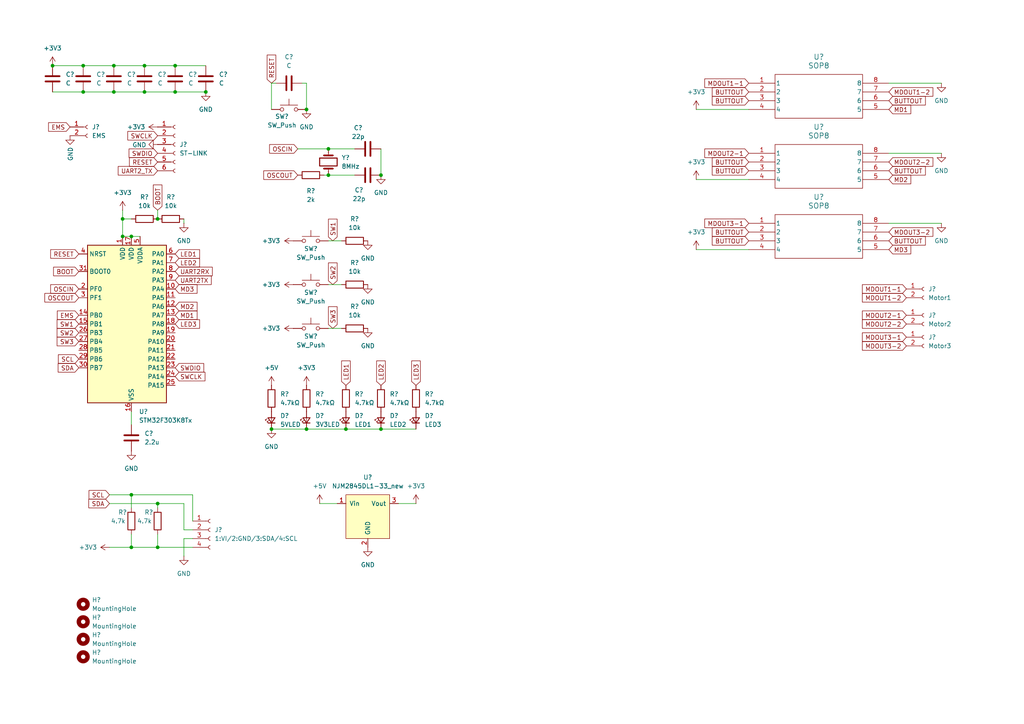
<source format=kicad_sch>
(kicad_sch (version 20231120) (generator "eeschema") (generator_version "8.0")
  (paper "A4")
  (lib_symbols
    (symbol "Connector:Conn_01x02_Female" (pin_names (offset 1.016) hide)
      (property "Reference" "J" (at 0 2.54 0))
      (property "Value" "Conn_01x02_Female" (at 0 -5.08 0))
      (symbol "Conn_01x02_Female_1_1"
        (arc (start 0 -2.032) (mid -0.5058 -2.54) (end 0 -3.048) (stroke (width 0.1524)))
        (polyline (pts (xy -1.27 -2.54) (xy -0.508 -2.54)) (stroke (width 0.1524)))
        (polyline (pts (xy -1.27 0) (xy -0.508 0)) (stroke (width 0.1524)))
        (arc (start 0 0.508) (mid -0.5058 0) (end 0 -0.508) (stroke (width 0.1524)))
        (pin passive line (at -5.08 0 0) (length 3.81) (name "Pin_1") (number "1"))
        (pin passive line (at -5.08 -2.54 0) (length 3.81) (name "Pin_2") (number "2"))
      )
    )
    (symbol "Connector:Conn_01x02_Socket" (pin_names (offset 1.016) hide)
      (property "Reference" "J" (at 0 2.54 0))
      (property "Value" "Conn_01x02_Socket" (at 0 -5.08 0))
      (symbol "Conn_01x02_Socket_1_1"
        (arc (start 0 -2.032) (mid -0.5058 -2.54) (end 0 -3.048) (stroke (width 0.1524)))
        (polyline (pts (xy -1.27 -2.54) (xy -0.508 -2.54)) (stroke (width 0.1524)))
        (polyline (pts (xy -1.27 0) (xy -0.508 0)) (stroke (width 0.1524)))
        (arc (start 0 0.508) (mid -0.5058 0) (end 0 -0.508) (stroke (width 0.1524)))
        (pin passive line (at -5.08 0 0) (length 3.81) (name "Pin_1") (number "1"))
        (pin passive line (at -5.08 -2.54 0) (length 3.81) (name "Pin_2") (number "2"))
      )
    )
    (symbol "Connector:Conn_01x04_Socket" (pin_names (offset 1.016) hide)
      (property "Reference" "J" (at 0 5.08 0))
      (property "Value" "Conn_01x04_Socket" (at 0 -7.62 0))
      (symbol "Conn_01x04_Socket_1_1"
        (arc (start 0 -4.572) (mid -0.5058 -5.08) (end 0 -5.588) (stroke (width 0.1524)))
        (arc (start 0 -2.032) (mid -0.5058 -2.54) (end 0 -3.048) (stroke (width 0.1524)))
        (polyline (pts (xy -1.27 -5.08) (xy -0.508 -5.08)) (stroke (width 0.1524)))
        (polyline (pts (xy -1.27 -2.54) (xy -0.508 -2.54)) (stroke (width 0.1524)))
        (polyline (pts (xy -1.27 0) (xy -0.508 0)) (stroke (width 0.1524)))
        (polyline (pts (xy -1.27 2.54) (xy -0.508 2.54)) (stroke (width 0.1524)))
        (arc (start 0 0.508) (mid -0.5058 0) (end 0 -0.508) (stroke (width 0.1524)))
        (arc (start 0 3.048) (mid -0.5058 2.54) (end 0 2.032) (stroke (width 0.1524)))
        (pin passive line (at -5.08 2.54 0) (length 3.81) (name "Pin_1") (number "1"))
        (pin passive line (at -5.08 0 0) (length 3.81) (name "Pin_2") (number "2"))
        (pin passive line (at -5.08 -2.54 0) (length 3.81) (name "Pin_3") (number "3"))
        (pin passive line (at -5.08 -5.08 0) (length 3.81) (name "Pin_4") (number "4"))
      )
    )
    (symbol "Connector:Conn_01x06_Female" (pin_names (offset 1.016) hide)
      (property "Reference" "J" (at 0 7.62 0))
      (property "Value" "Conn_01x06_Female" (at 0 -10.16 0))
      (symbol "Conn_01x06_Female_1_1"
        (arc (start 0 -7.112) (mid -0.5058 -7.62) (end 0 -8.128) (stroke (width 0.1524)))
        (arc (start 0 -4.572) (mid -0.5058 -5.08) (end 0 -5.588) (stroke (width 0.1524)))
        (arc (start 0 -2.032) (mid -0.5058 -2.54) (end 0 -3.048) (stroke (width 0.1524)))
        (polyline (pts (xy -1.27 -7.62) (xy -0.508 -7.62)) (stroke (width 0.1524)))
        (polyline (pts (xy -1.27 -5.08) (xy -0.508 -5.08)) (stroke (width 0.1524)))
        (polyline (pts (xy -1.27 -2.54) (xy -0.508 -2.54)) (stroke (width 0.1524)))
        (polyline (pts (xy -1.27 0) (xy -0.508 0)) (stroke (width 0.1524)))
        (polyline (pts (xy -1.27 2.54) (xy -0.508 2.54)) (stroke (width 0.1524)))
        (polyline (pts (xy -1.27 5.08) (xy -0.508 5.08)) (stroke (width 0.1524)))
        (arc (start 0 0.508) (mid -0.5058 0) (end 0 -0.508) (stroke (width 0.1524)))
        (arc (start 0 3.048) (mid -0.5058 2.54) (end 0 2.032) (stroke (width 0.1524)))
        (arc (start 0 5.588) (mid -0.5058 5.08) (end 0 4.572) (stroke (width 0.1524)))
        (pin passive line (at -5.08 5.08 0) (length 3.81) (name "Pin_1") (number "1"))
        (pin passive line (at -5.08 2.54 0) (length 3.81) (name "Pin_2") (number "2"))
        (pin passive line (at -5.08 0 0) (length 3.81) (name "Pin_3") (number "3"))
        (pin passive line (at -5.08 -2.54 0) (length 3.81) (name "Pin_4") (number "4"))
        (pin passive line (at -5.08 -5.08 0) (length 3.81) (name "Pin_5") (number "5"))
        (pin passive line (at -5.08 -7.62 0) (length 3.81) (name "Pin_6") (number "6"))
      )
    )
    (symbol "Device:C" (pin_numbers hide) (pin_names (offset 0.254))
      (property "Reference" "C" (at 0.635 2.54 0))
      (property "Value" "C" (at 0.635 -2.54 0))
      (symbol "C_0_1"
        (polyline (pts (xy -2.032 -0.762) (xy 2.032 -0.762)) (stroke (width 0.508)))
        (polyline (pts (xy -2.032 0.762) (xy 2.032 0.762)) (stroke (width 0.508)))
      )
      (symbol "C_1_1"
        (pin passive line (at 0 3.81 270) (length 2.794) (name "~") (number "1"))
        (pin passive line (at 0 -3.81 90) (length 2.794) (name "~") (number "2"))
      )
    )
    (symbol "Device:Crystal" (pin_numbers hide) (pin_names (offset 1.016) hide)
      (property "Reference" "Y" (at 0 3.81 0))
      (property "Value" "Crystal" (at 0 -3.81 0))
      (symbol "Crystal_0_1"
        (rectangle (start -1.143 2.54) (end 1.143 -2.54) (stroke (width 0.3048)))
        (polyline (pts (xy -2.54 0) (xy -1.905 0)))
        (polyline (pts (xy -1.905 -1.27) (xy -1.905 1.27)) (stroke (width 0.508)))
        (polyline (pts (xy 1.905 -1.27) (xy 1.905 1.27)) (stroke (width 0.508)))
        (polyline (pts (xy 2.54 0) (xy 1.905 0)))
      )
      (symbol "Crystal_1_1"
        (pin passive line (at -3.81 0 0) (length 1.27) (name "1") (number "1"))
        (pin passive line (at 3.81 0 180) (length 1.27) (name "2") (number "2"))
      )
    )
    (symbol "Device:LED_Small" (pin_numbers hide) (pin_names (offset 0.254) hide)
      (property "Reference" "D" (at -1.27 3.175 0))
      (property "Value" "LED_Small" (at -4.445 -2.54 0))
      (symbol "LED_Small_0_1"
        (polyline (pts (xy -0.762 -1.016) (xy -0.762 1.016)) (stroke (width 0.254)))
        (polyline (pts (xy 1.016 0) (xy -0.762 0)))
        (polyline (pts (xy 0.762 -1.016) (xy -0.762 0) (xy 0.762 1.016) (xy 0.762 -1.016)) (stroke (width 0.254)))
        (polyline (pts (xy 0 0.762) (xy -0.508 1.27) (xy -0.254 1.27) (xy -0.508 1.27) (xy -0.508 1.016)))
        (polyline (pts (xy 0.508 1.27) (xy 0 1.778) (xy 0.254 1.778) (xy 0 1.778) (xy 0 1.524)))
      )
      (symbol "LED_Small_1_1"
        (pin passive line (at -2.54 0 0) (length 1.778) (name "K") (number "1"))
        (pin passive line (at 2.54 0 180) (length 1.778) (name "A") (number "2"))
      )
    )
    (symbol "Device:R" (pin_numbers hide) (pin_names (offset 0))
      (property "Reference" "R" (at 2.032 0 90))
      (property "Value" "R" (at 0 0 90))
      (symbol "R_0_1"
        (rectangle (start -1.016 -2.54) (end 1.016 2.54) (stroke (width 0.254)))
      )
      (symbol "R_1_1"
        (pin passive line (at 0 3.81 270) (length 1.27) (name "~") (number "1"))
        (pin passive line (at 0 -3.81 90) (length 1.27) (name "~") (number "2"))
      )
    )
    (symbol "MCU_ST_STM32F3:STM32F303K8Tx"
      (property "Reference" "U" (at -10.16 24.13 0))
      (property "Value" "STM32F303K8Tx" (at 7.62 24.13 0))
      (symbol "STM32F303K8Tx_0_1"
        (rectangle (start -10.16 -22.86) (end 12.7 22.86) (stroke (width 0.254)) (fill (type background)))
      )
      (symbol "STM32F303K8Tx_1_1"
        (pin power_in line (at 0 25.4 270) (length 2.54) (name "VDD") (number "1"))
        (pin bidirectional line (at 15.24 10.16 180) (length 2.54) (name "PA4") (number "10"))
        (pin bidirectional line (at 15.24 7.62 180) (length 2.54) (name "PA5") (number "11"))
        (pin bidirectional line (at 15.24 5.08 180) (length 2.54) (name "PA6") (number "12"))
        (pin bidirectional line (at 15.24 2.54 180) (length 2.54) (name "PA7") (number "13"))
        (pin bidirectional line (at -12.7 2.54 0) (length 2.54) (name "PB0") (number "14"))
        (pin bidirectional line (at -12.7 0 0) (length 2.54) (name "PB1") (number "15"))
        (pin power_in line (at 2.54 -25.4 90) (length 2.54) (name "VSS") (number "16"))
        (pin power_in line (at 2.54 25.4 270) (length 2.54) (name "VDD") (number "17"))
        (pin bidirectional line (at 15.24 0 180) (length 2.54) (name "PA8") (number "18"))
        (pin bidirectional line (at 15.24 -2.54 180) (length 2.54) (name "PA9") (number "19"))
        (pin bidirectional line (at -12.7 10.16 0) (length 2.54) (name "PF0") (number "2"))
        (pin bidirectional line (at 15.24 -5.08 180) (length 2.54) (name "PA10") (number "20"))
        (pin bidirectional line (at 15.24 -7.62 180) (length 2.54) (name "PA11") (number "21"))
        (pin bidirectional line (at 15.24 -10.16 180) (length 2.54) (name "PA12") (number "22"))
        (pin bidirectional line (at 15.24 -12.7 180) (length 2.54) (name "PA13") (number "23"))
        (pin bidirectional line (at 15.24 -15.24 180) (length 2.54) (name "PA14") (number "24"))
        (pin bidirectional line (at 15.24 -17.78 180) (length 2.54) (name "PA15") (number "25"))
        (pin bidirectional line (at -12.7 -2.54 0) (length 2.54) (name "PB3") (number "26"))
        (pin bidirectional line (at -12.7 -5.08 0) (length 2.54) (name "PB4") (number "27"))
        (pin bidirectional line (at -12.7 -7.62 0) (length 2.54) (name "PB5") (number "28"))
        (pin bidirectional line (at -12.7 -10.16 0) (length 2.54) (name "PB6") (number "29"))
        (pin bidirectional line (at -12.7 7.62 0) (length 2.54) (name "PF1") (number "3"))
        (pin bidirectional line (at -12.7 -12.7 0) (length 2.54) (name "PB7") (number "30"))
        (pin input line (at -12.7 15.24 0) (length 2.54) (name "BOOT0") (number "31"))
        (pin passive line (at 2.54 -25.4 90) (length 2.54) hide (name "VSS") (number "32"))
        (pin input line (at -12.7 20.32 0) (length 2.54) (name "NRST") (number "4"))
        (pin power_in line (at 5.08 25.4 270) (length 2.54) (name "VDDA") (number "5"))
        (pin bidirectional line (at 15.24 20.32 180) (length 2.54) (name "PA0") (number "6"))
        (pin bidirectional line (at 15.24 17.78 180) (length 2.54) (name "PA1") (number "7"))
        (pin bidirectional line (at 15.24 15.24 180) (length 2.54) (name "PA2") (number "8"))
        (pin bidirectional line (at 15.24 12.7 180) (length 2.54) (name "PA3") (number "9"))
      )
    )
    (symbol "Mechanical:MountingHole" (pin_names (offset 1.016)) (exclude_from_sim yes) (in_bom no)
      (property "Reference" "H" (at 0 5.08 0))
      (property "Value" "MountingHole" (at 0 3.175 0))
      (symbol "MountingHole_0_1"
        (circle (center 0 0) (radius 1.27) (stroke (width 1.27)))
      )
    )
    (symbol "NagaokaSymbol2023:NJM2845DL1-33_new" (pin_names (offset 1.016))
      (property "Reference" "U" (at 7.62 3.81 0))
      (property "Value" "NJM2845DL1-33_new" (at 8.89 1.27 0))
      (symbol "NJM2845DL1-33_new_0_1"
        (rectangle (start 15.24 0) (end 2.54 -12.7) (fill (type background)))
      )
      (symbol "NJM2845DL1-33_new_1_1"
        (pin passive line (at 0 -2.54 0) (length 2.54) (name "Vin") (number "1"))
        (pin passive line (at 8.89 -15.24 90) (length 2.54) (name "GND") (number "2"))
        (pin passive line (at 17.78 -2.54 180) (length 2.54) (name "Vout") (number "3"))
      )
    )
    (symbol "Switch:SW_Push" (pin_numbers hide) (pin_names (offset 1.016) hide)
      (property "Reference" "SW" (at 1.27 2.54 0))
      (property "Value" "SW_Push" (at 0 -1.524 0))
      (symbol "SW_Push_0_1"
        (circle (center -2.032 0) (radius 0.508))
        (polyline (pts (xy 0 1.27) (xy 0 3.048)))
        (polyline (pts (xy 2.54 1.27) (xy -2.54 1.27)))
        (circle (center 2.032 0) (radius 0.508))
        (pin passive line (at -5.08 0 0) (length 2.54) (name "1") (number "1"))
        (pin passive line (at 5.08 0 180) (length 2.54) (name "2") (number "2"))
      )
    )
    (symbol "addedFootprint:SOP8" (pin_names (offset 0.254))
      (property "Reference" "U" (at 0 9.144 0))
      (property "Value" "SOP8" (at 0 11.404 0))
      (symbol "SOP8_0_1"
        (pin unspecified line (at -20.32 3.81 0) (length 7.62) (name "1") (number "1"))
        (pin unspecified line (at -20.32 1.27 0) (length 7.62) (name "2") (number "2"))
        (pin unspecified line (at -20.32 -1.27 0) (length 7.62) (name "3") (number "3"))
        (pin unspecified line (at -20.32 -3.81 0) (length 7.62) (name "4") (number "4"))
        (pin unspecified line (at 20.32 -3.81 180) (length 7.62) (name "5") (number "5"))
        (pin unspecified line (at 20.32 -1.27 180) (length 7.62) (name "6") (number "6"))
        (pin unspecified line (at 20.32 1.27 180) (length 7.62) (name "7") (number "7"))
        (pin unspecified line (at 20.32 3.81 180) (length 7.62) (name "8") (number "8"))
      )
      (symbol "SOP8_1_1"
        (rectangle (start -12.7 6.35) (end 12.7 -6.35))
        (rectangle (start 25.4 1.27) (end 25.4 1.27))
      )
    )
    (symbol "power:+3V3" (power) (pin_numbers hide) (pin_names (offset 0) hide)
      (property "Value" "+3V3" (at 0 3.556 0))
      (symbol "+3V3_0_1"
        (polyline (pts (xy -0.762 1.27) (xy 0 2.54)))
        (polyline (pts (xy 0 0) (xy 0 2.54)))
        (polyline (pts (xy 0 2.54) (xy 0.762 1.27)))
      )
      (symbol "+3V3_1_1"
        (pin power_in line (at 0 0 90) (length 0) (name "~") (number "1"))
      )
    )
    (symbol "power:+5V" (power) (pin_numbers hide) (pin_names (offset 0) hide)
      (property "Value" "+5V" (at 0 3.556 0))
      (symbol "+5V_0_1"
        (polyline (pts (xy -0.762 1.27) (xy 0 2.54)))
        (polyline (pts (xy 0 0) (xy 0 2.54)))
        (polyline (pts (xy 0 2.54) (xy 0.762 1.27)))
      )
      (symbol "+5V_1_1"
        (pin power_in line (at 0 0 90) (length 0) (name "~") (number "1"))
      )
    )
    (symbol "power:GND" (power) (pin_numbers hide) (pin_names (offset 0) hide)
      (property "Value" "GND" (at 0 -3.81 0))
      (symbol "GND_0_1"
        (polyline (pts (xy 0 0) (xy 0 -1.27) (xy 1.27 -1.27) (xy 0 -2.54) (xy -1.27 -1.27) (xy 0 -1.27)))
      )
      (symbol "GND_1_1"
        (pin power_in line (at 0 0 270) (length 0) (name "~") (number "1"))
      )
    )
  )
  (junction (at 88.9 124.46))
  (junction (at 110.49 124.46))
  (junction (at 50.8 26.67))
  (junction (at 95.25 50.8))
  (junction (at 41.91 19.05))
  (junction (at 35.56 63.5))
  (junction (at 38.1 143.51))
  (junction (at 15.24 19.05))
  (junction (at 95.25 43.18))
  (junction (at 41.91 26.67))
  (junction (at 38.1 158.75))
  (junction (at 35.56 68.58))
  (junction (at 50.8 19.05))
  (junction (at 45.72 158.75))
  (junction (at 24.13 19.05))
  (junction (at 38.1 68.58))
  (junction (at 45.72 146.05))
  (junction (at 88.9 31.75))
  (junction (at 78.74 124.46))
  (junction (at 100.33 124.46))
  (junction (at 45.72 63.5))
  (junction (at 33.02 19.05))
  (junction (at 59.69 26.67))
  (junction (at 24.13 26.67))
  (junction (at 110.49 50.8))
  (junction (at 33.02 26.67))
  (wire (pts (xy 97.79 146.05) (xy 92.71 146.05)))
  (wire (pts (xy 88.9 24.13) (xy 88.9 31.75)))
  (wire (pts (xy 41.91 26.67) (xy 33.02 26.67)))
  (wire (pts (xy 38.1 143.51) (xy 31.75 143.51)))
  (wire (pts (xy 86.36 43.18) (xy 95.25 43.18)))
  (wire (pts (xy 38.1 123.19) (xy 38.1 119.38)))
  (wire (pts (xy 24.13 19.05) (xy 33.02 19.05)))
  (wire (pts (xy 53.34 156.21) (xy 53.34 161.29)))
  (wire (pts (xy 55.88 143.51) (xy 38.1 143.51)))
  (wire (pts (xy 93.98 50.8) (xy 95.25 50.8)))
  (wire (pts (xy 115.57 146.05) (xy 120.65 146.05)))
  (wire (pts (xy 45.72 60.96) (xy 45.72 63.5)))
  (wire (pts (xy 273.05 64.77) (xy 257.81 64.77)))
  (wire (pts (xy 273.05 44.45) (xy 257.81 44.45)))
  (wire (pts (xy 95.25 50.8) (xy 102.87 50.8)))
  (wire (pts (xy 35.56 63.5) (xy 35.56 68.58)))
  (wire (pts (xy 55.88 143.51) (xy 55.88 151.13)))
  (wire (pts (xy 53.34 146.05) (xy 53.34 153.67)))
  (wire (pts (xy 55.88 156.21) (xy 53.34 156.21)))
  (wire (pts (xy 35.56 68.58) (xy 38.1 68.58)))
  (wire (pts (xy 38.1 158.75) (xy 45.72 158.75)))
  (wire (pts (xy 257.81 24.13) (xy 273.05 24.13)))
  (wire (pts (xy 35.56 63.5) (xy 38.1 63.5)))
  (wire (pts (xy 53.34 63.5) (xy 53.34 64.77)))
  (wire (pts (xy 217.17 31.75) (xy 201.93 31.75)))
  (wire (pts (xy 95.25 69.85) (xy 99.06 69.85)))
  (wire (pts (xy 35.56 60.96) (xy 35.56 63.5)))
  (wire (pts (xy 45.72 146.05) (xy 31.75 146.05)))
  (wire (pts (xy 95.25 82.55) (xy 99.06 82.55)))
  (wire (pts (xy 38.1 154.94) (xy 38.1 158.75)))
  (wire (pts (xy 31.75 158.75) (xy 38.1 158.75)))
  (wire (pts (xy 88.9 124.46) (xy 78.74 124.46)))
  (wire (pts (xy 45.72 146.05) (xy 45.72 147.32)))
  (wire (pts (xy 38.1 68.58) (xy 40.64 68.58)))
  (wire (pts (xy 120.65 124.46) (xy 110.49 124.46)))
  (wire (pts (xy 87.63 24.13) (xy 88.9 24.13)))
  (wire (pts (xy 53.34 153.67) (xy 55.88 153.67)))
  (wire (pts (xy 45.72 154.94) (xy 45.72 158.75)))
  (wire (pts (xy 59.69 26.67) (xy 50.8 26.67)))
  (wire (pts (xy 217.17 52.07) (xy 201.93 52.07)))
  (wire (pts (xy 80.01 24.13) (xy 78.74 24.13)))
  (wire (pts (xy 110.49 124.46) (xy 100.33 124.46)))
  (wire (pts (xy 110.49 43.18) (xy 110.49 50.8)))
  (wire (pts (xy 50.8 26.67) (xy 41.91 26.67)))
  (wire (pts (xy 217.17 72.39) (xy 201.93 72.39)))
  (wire (pts (xy 78.74 24.13) (xy 78.74 31.75)))
  (wire (pts (xy 41.91 19.05) (xy 50.8 19.05)))
  (wire (pts (xy 102.87 43.18) (xy 95.25 43.18)))
  (wire (pts (xy 33.02 26.67) (xy 24.13 26.67)))
  (wire (pts (xy 45.72 146.05) (xy 53.34 146.05)))
  (wire (pts (xy 38.1 147.32) (xy 38.1 143.51)))
  (wire (pts (xy 95.25 95.25) (xy 99.06 95.25)))
  (wire (pts (xy 100.33 124.46) (xy 88.9 124.46)))
  (wire (pts (xy 24.13 26.67) (xy 15.24 26.67)))
  (wire (pts (xy 33.02 19.05) (xy 41.91 19.05)))
  (wire (pts (xy 50.8 19.05) (xy 59.69 19.05)))
  (wire (pts (xy 15.24 19.05) (xy 24.13 19.05)))
  (wire (pts (xy 45.72 158.75) (xy 55.88 158.75)))
  (global_label "MD3" (shape input) (at 257.81 72.39 0) (property "Intersheetrefs" "${INTERSHEET_REFS}" (effects (hide yes))))
  (global_label "BUTTOUT" (shape input) (at 257.81 29.21 0) (property "Intersheetrefs" "${INTERSHEET_REFS}" (effects (hide yes))))
  (global_label "SWDIO" (shape input) (at 50.8 106.68 0) (property "Intersheetrefs" "${INTERSHEET_REFS}" (effects (hide yes))) (property "シート間のリファレンス" "${INTERSHEET_REFS}" (effects (hide yes))))
  (global_label "BUTTOUT" (shape input) (at 257.81 69.85 0) (property "Intersheetrefs" "${INTERSHEET_REFS}" (effects (hide yes))))
  (global_label "RESET" (shape input) (at 22.86 73.66 180) (property "Intersheetrefs" "${INTERSHEET_REFS}" (effects (hide yes))))
  (global_label "MD1" (shape input) (at 257.81 31.75 0) (property "Intersheetrefs" "${INTERSHEET_REFS}" (effects (hide yes))))
  (global_label "OSCOUT" (shape input) (at 22.86 86.36 180) (property "Intersheetrefs" "${INTERSHEET_REFS}" (effects (hide yes))))
  (global_label "BOOT" (shape input) (at 45.72 60.96 90) (property "Intersheetrefs" "${INTERSHEET_REFS}" (effects (hide yes))) (property "シート間のリファレンス" "${INTERSHEET_REFS}" (effects (hide yes))))
  (global_label "SWCLK" (shape input) (at 50.8 109.22 0) (property "Intersheetrefs" "${INTERSHEET_REFS}" (effects (hide yes))) (property "シート間のリファレンス" "${INTERSHEET_REFS}" (effects (hide yes))))
  (global_label "SW1" (shape input) (at 22.86 93.98 180) (property "Intersheetrefs" "${INTERSHEET_REFS}" (effects (hide yes))) (property "シート間のリファレンス" "${INTERSHEET_REFS}" (effects (hide yes))))
  (global_label "SDA" (shape input) (at 31.75 146.05 180) (property "Intersheetrefs" "${INTERSHEET_REFS}" (effects (hide yes))) (property "シート間のリファレンス" "${INTERSHEET_REFS}" (effects (hide yes))))
  (global_label "BUTTOUT" (shape input) (at 217.17 26.67 180) (property "Intersheetrefs" "${INTERSHEET_REFS}" (effects (hide yes))))
  (global_label "MDOUT3-2" (shape input) (at 257.81 67.31 0) (property "Intersheetrefs" "${INTERSHEET_REFS}" (effects (hide yes))))
  (global_label "LED3" (shape input) (at 120.65 111.76 90) (property "Intersheetrefs" "${INTERSHEET_REFS}" (effects (hide yes))))
  (global_label "RESET" (shape input) (at 45.72 46.99 180) (property "Intersheetrefs" "${INTERSHEET_REFS}" (effects (hide yes))) (property "シート間のリファレンス" "${INTERSHEET_REFS}" (effects (hide yes))))
  (global_label "EMS" (shape input) (at 22.86 91.44 180) (property "Intersheetrefs" "${INTERSHEET_REFS}" (effects (hide yes))))
  (global_label "MDOUT1-1" (shape input) (at 217.17 24.13 180) (property "Intersheetrefs" "${INTERSHEET_REFS}" (effects (hide yes))))
  (global_label "BUTTOUT" (shape input) (at 217.17 49.53 180) (property "Intersheetrefs" "${INTERSHEET_REFS}" (effects (hide yes))))
  (global_label "SW2" (shape input) (at 96.52 82.55 90) (property "Intersheetrefs" "${INTERSHEET_REFS}" (effects (hide yes))) (property "シート間のリファレンス" "${INTERSHEET_REFS}" (effects (hide yes))))
  (global_label "UART2RX" (shape input) (at 50.8 78.74 0) (property "Intersheetrefs" "${INTERSHEET_REFS}" (effects (hide yes))))
  (global_label "SWCLK" (shape input) (at 45.72 39.37 180) (property "Intersheetrefs" "${INTERSHEET_REFS}" (effects (hide yes))) (property "シート間のリファレンス" "${INTERSHEET_REFS}" (effects (hide yes))))
  (global_label "MDOUT2-1" (shape input) (at 217.17 44.45 180) (property "Intersheetrefs" "${INTERSHEET_REFS}" (effects (hide yes))))
  (global_label "SW3" (shape input) (at 22.86 99.06 180) (property "Intersheetrefs" "${INTERSHEET_REFS}" (effects (hide yes))) (property "シート間のリファレンス" "${INTERSHEET_REFS}" (effects (hide yes))))
  (global_label "LED2" (shape input) (at 50.8 76.2 0) (property "Intersheetrefs" "${INTERSHEET_REFS}" (effects (hide yes))))
  (global_label "LED1" (shape input) (at 50.8 73.66 0) (property "Intersheetrefs" "${INTERSHEET_REFS}" (effects (hide yes))))
  (global_label "SW1" (shape input) (at 96.52 69.85 90) (property "Intersheetrefs" "${INTERSHEET_REFS}" (effects (hide yes))) (property "シート間のリファレンス" "${INTERSHEET_REFS}" (effects (hide yes))))
  (global_label "SWDIO" (shape input) (at 45.72 44.45 180) (property "Intersheetrefs" "${INTERSHEET_REFS}" (effects (hide yes))) (property "シート間のリファレンス" "${INTERSHEET_REFS}" (effects (hide yes))))
  (global_label "MD3" (shape input) (at 50.8 83.82 0) (property "Intersheetrefs" "${INTERSHEET_REFS}" (effects (hide yes))) (property "シート間のリファレンス" "${INTERSHEET_REFS}" (effects (hide yes))))
  (global_label "BUTTOUT" (shape input) (at 217.17 67.31 180) (property "Intersheetrefs" "${INTERSHEET_REFS}" (effects (hide yes))))
  (global_label "MDOUT2-2" (shape input) (at 257.81 46.99 0) (property "Intersheetrefs" "${INTERSHEET_REFS}" (effects (hide yes))))
  (global_label "BUTTOUT" (shape input) (at 257.81 49.53 0) (property "Intersheetrefs" "${INTERSHEET_REFS}" (effects (hide yes))))
  (global_label "LED2" (shape input) (at 110.49 111.76 90) (property "Intersheetrefs" "${INTERSHEET_REFS}" (effects (hide yes))))
  (global_label "SCL" (shape input) (at 31.75 143.51 180) (property "Intersheetrefs" "${INTERSHEET_REFS}" (effects (hide yes))) (property "シート間のリファレンス" "${INTERSHEET_REFS}" (effects (hide yes))))
  (global_label "SDA" (shape input) (at 22.86 106.68 180) (property "Intersheetrefs" "${INTERSHEET_REFS}" (effects (hide yes))) (property "シート間のリファレンス" "${INTERSHEET_REFS}" (effects (hide yes))))
  (global_label "MDOUT1-2" (shape input) (at 262.89 86.36 180) (property "Intersheetrefs" "${INTERSHEET_REFS}" (effects (hide yes))))
  (global_label "SW2" (shape input) (at 22.86 96.52 180) (property "Intersheetrefs" "${INTERSHEET_REFS}" (effects (hide yes))) (property "シート間のリファレンス" "${INTERSHEET_REFS}" (effects (hide yes))))
  (global_label "MDOUT2-1" (shape input) (at 262.89 91.44 180) (property "Intersheetrefs" "${INTERSHEET_REFS}" (effects (hide yes))))
  (global_label "MDOUT1-2" (shape input) (at 257.81 26.67 0) (property "Intersheetrefs" "${INTERSHEET_REFS}" (effects (hide yes))))
  (global_label "MD2" (shape input) (at 50.8 88.9 0) (property "Intersheetrefs" "${INTERSHEET_REFS}" (effects (hide yes))))
  (global_label "UART2TX" (shape input) (at 50.8 81.28 0) (property "Intersheetrefs" "${INTERSHEET_REFS}" (effects (hide yes))))
  (global_label "LED3" (shape input) (at 50.8 93.98 0) (property "Intersheetrefs" "${INTERSHEET_REFS}" (effects (hide yes))))
  (global_label "BUTTOUT" (shape input) (at 217.17 69.85 180) (property "Intersheetrefs" "${INTERSHEET_REFS}" (effects (hide yes))))
  (global_label "MD1" (shape input) (at 50.8 91.44 0) (property "Intersheetrefs" "${INTERSHEET_REFS}" (effects (hide yes))))
  (global_label "BOOT" (shape input) (at 22.86 78.74 180) (property "Intersheetrefs" "${INTERSHEET_REFS}" (effects (hide yes))))
  (global_label "MD2" (shape input) (at 257.81 52.07 0) (property "Intersheetrefs" "${INTERSHEET_REFS}" (effects (hide yes))))
  (global_label "SCL" (shape input) (at 22.86 104.14 180) (property "Intersheetrefs" "${INTERSHEET_REFS}" (effects (hide yes))) (property "シート間のリファレンス" "${INTERSHEET_REFS}" (effects (hide yes))))
  (global_label "BUTTOUT" (shape input) (at 217.17 46.99 180) (property "Intersheetrefs" "${INTERSHEET_REFS}" (effects (hide yes))))
  (global_label "RESET" (shape input) (at 78.74 24.13 90) (property "Intersheetrefs" "${INTERSHEET_REFS}" (effects (hide yes))))
  (global_label "OSCOUT" (shape input) (at 86.36 50.8 180) (property "Intersheetrefs" "${INTERSHEET_REFS}" (effects (hide yes))))
  (global_label "OSCIN" (shape input) (at 86.36 43.18 180) (property "Intersheetrefs" "${INTERSHEET_REFS}" (effects (hide yes))))
  (global_label "SW3" (shape input) (at 96.52 95.25 90) (property "Intersheetrefs" "${INTERSHEET_REFS}" (effects (hide yes))) (property "シート間のリファレンス" "${INTERSHEET_REFS}" (effects (hide yes))))
  (global_label "OSCIN" (shape input) (at 22.86 83.82 180) (property "Intersheetrefs" "${INTERSHEET_REFS}" (effects (hide yes))))
  (global_label "UART2_TX" (shape input) (at 45.72 49.53 180) (property "Intersheetrefs" "${INTERSHEET_REFS}" (effects (hide yes))) (property "シート間のリファレンス" "${INTERSHEET_REFS}" (effects (hide yes))))
  (global_label "BUTTOUT" (shape input) (at 217.17 29.21 180) (property "Intersheetrefs" "${INTERSHEET_REFS}" (effects (hide yes))))
  (global_label "EMS" (shape input) (at 20.32 36.83 180) (property "Intersheetrefs" "${INTERSHEET_REFS}" (effects (hide yes))) (property "シート間のリファレンス" "${INTERSHEET_REFS}" (effects (hide yes))))
  (global_label "MDOUT3-2" (shape input) (at 262.89 100.33 180) (property "Intersheetrefs" "${INTERSHEET_REFS}" (effects (hide yes))))
  (global_label "MDOUT3-1" (shape input) (at 262.89 97.79 180) (property "Intersheetrefs" "${INTERSHEET_REFS}" (effects (hide yes))))
  (global_label "MDOUT1-1" (shape input) (at 262.89 83.82 180) (property "Intersheetrefs" "${INTERSHEET_REFS}" (effects (hide yes))))
  (global_label "MDOUT2-2" (shape input) (at 262.89 93.98 180) (property "Intersheetrefs" "${INTERSHEET_REFS}" (effects (hide yes))))
  (global_label "LED1" (shape input) (at 100.33 111.76 90) (property "Intersheetrefs" "${INTERSHEET_REFS}" (effects (hide yes))))
  (global_label "MDOUT3-1" (shape input) (at 217.17 64.77 180) (property "Intersheetrefs" "${INTERSHEET_REFS}" (effects (hide yes))))
  (symbol (lib_id "power:GND") (at 45.72 41.91 270) (unit 1)
    (property "Reference" "#PWR08" (effects (hide yes)))
    (property "Value" "GND" (at 42.4688 42.037 90) (effects (justify right)))
  )
  (symbol (lib_id "power:+3V3") (at 201.93 31.75 0) (unit 1)
    (property "Reference" "#PWR025" (effects (hide yes)))
    (property "Value" "+3V3" (at 201.93 26.67 0))
    (property "Description" "Power symbol creates a global label with name \"+3V3\"" (effects (hide yes)))
  )
  (symbol (lib_id "Mechanical:MountingHole") (at 24.13 175.26 0) (unit 1) (exclude_from_sim yes) (in_bom no)
    (property "Reference" "H?" (at 26.67 173.9899 0) (effects (justify left)))
    (property "Value" "MountingHole" (at 26.67 176.5299 0) (effects (justify left)))
    (property "Description" "Mounting Hole without connection" (effects (hide yes)))
  )
  (symbol (lib_id "power:GND") (at 273.05 24.13 0) (unit 1)
    (property "Reference" "#PWR022" (effects (hide yes)))
    (property "Value" "GND" (at 273.05 29.21 0))
    (property "Description" "Power symbol creates a global label with name \"GND\" , ground" (effects (hide yes)))
  )
  (symbol (lib_id "Mechanical:MountingHole") (at 24.13 185.42 0) (unit 1) (exclude_from_sim yes) (in_bom no)
    (property "Reference" "H?" (at 26.67 184.1499 0) (effects (justify left)))
    (property "Value" "MountingHole" (at 26.67 186.6899 0) (effects (justify left)))
    (property "Description" "Mounting Hole without connection" (effects (hide yes)))
  )
  (symbol (lib_id "Switch:SW_Push") (at 90.17 69.85 0) (unit 1)
    (property "Reference" "SW?" (at 90.17 72.136 0))
    (property "Value" "SW_Push" (at 90.17 74.676 0))
    (property "Description" "Push button switch, generic, two pins" (effects (hide yes)))
  )
  (symbol (lib_id "addedFootprint:SOP8") (at 237.49 27.94 0) (unit 1)
    (property "Reference" "U?" (at 237.49 16.51 0) (effects (font (size 1.524 1.524))))
    (property "Value" "SOP8" (at 237.49 19.05 0) (effects (font (size 1.524 1.524))))
    (property "Footprint" "SOP8" (effects (hide yes)))
    (property "Datasheet" "SOP8" (effects (hide yes)))
  )
  (symbol (lib_id "Device:C") (at 38.1 127 0) (unit 1)
    (property "Reference" "C?" (at 41.91 125.7299 0) (effects (justify left)))
    (property "Value" "2.2u" (at 41.91 128.2699 0) (effects (justify left)))
    (property "Description" "Unpolarized capacitor" (effects (hide yes)))
  )
  (symbol (lib_id "power:+3V3") (at 31.75 158.75 90) (unit 1)
    (property "Reference" "#PWR020" (effects (hide yes)))
    (property "Value" "+3V3" (at 22.86 158.75 90) (effects (justify right)))
  )
  (symbol (lib_id "Switch:SW_Push") (at 90.17 95.25 0) (unit 1)
    (property "Reference" "SW?" (at 90.17 97.536 0))
    (property "Value" "SW_Push" (at 90.17 100.076 0))
    (property "Description" "Push button switch, generic, two pins" (effects (hide yes)))
  )
  (symbol (lib_id "Device:R") (at 110.49 115.57 0) (unit 1)
    (property "Reference" "R?" (at 113.03 114.2999 0) (effects (justify left)))
    (property "Value" "4.7kΩ" (at 113.03 116.8399 0) (effects (justify left)))
    (property "Description" "Resistor" (effects (hide yes)))
  )
  (symbol (lib_id "power:+5V") (at 78.74 111.76 0) (unit 1)
    (property "Reference" "#PWR04" (effects (hide yes)))
    (property "Value" "+5V" (at 78.74 106.68 0))
    (property "Description" "Power symbol creates a global label with name \"+5V\"" (effects (hide yes)))
  )
  (symbol (lib_id "Device:C") (at 33.02 22.86 0) (unit 1)
    (property "Reference" "C?" (at 36.83 21.5899 0) (effects (justify left)))
    (property "Value" "C" (at 36.83 24.1299 0) (effects (justify left)))
    (property "Description" "Unpolarized capacitor" (effects (hide yes)))
  )
  (symbol (lib_id "Device:R") (at 41.91 63.5 90) (unit 1)
    (property "Reference" "R?" (at 41.91 57.15 90))
    (property "Value" "10k" (at 41.91 59.69 90))
    (property "Footprint" "Resistor_SMD:R_0805_2012Metric_Pad1.20x1.40mm_HandSolder" (effects (hide yes)))
  )
  (symbol (lib_id "Switch:SW_Push") (at 90.17 82.55 0) (unit 1)
    (property "Reference" "SW?" (at 90.17 84.836 0))
    (property "Value" "SW_Push" (at 90.17 87.376 0))
    (property "Description" "Push button switch, generic, two pins" (effects (hide yes)))
  )
  (symbol (lib_id "power:+3V3") (at 15.24 19.05 0) (unit 1)
    (property "Reference" "#PWR01" (effects (hide yes)))
    (property "Value" "+3V3" (at 15.24 13.97 0))
    (property "Description" "Power symbol creates a global label with name \"+3V3\"" (effects (hide yes)))
  )
  (symbol (lib_id "power:+3V3") (at 85.09 69.85 90) (unit 1)
    (property "Reference" "#PWR010" (effects (hide yes)))
    (property "Value" "+3V3" (at 81.28 69.8499 90) (effects (justify left)))
    (property "Description" "Power symbol creates a global label with name \"+3V3\"" (effects (hide yes)))
  )
  (symbol (lib_id "Device:C") (at 83.82 24.13 90) (unit 1)
    (property "Reference" "C?" (at 83.82 16.51 90))
    (property "Value" "C" (at 83.82 19.05 90))
    (property "Description" "Unpolarized capacitor" (effects (hide yes)))
  )
  (symbol (lib_id "Device:C") (at 15.24 22.86 0) (unit 1)
    (property "Reference" "C?" (at 19.05 21.5899 0) (effects (justify left)))
    (property "Value" "C" (at 19.05 24.1299 0) (effects (justify left)))
    (property "Description" "Unpolarized capacitor" (effects (hide yes)))
  )
  (symbol (lib_id "Device:R") (at 102.87 95.25 90) (unit 1)
    (property "Reference" "R?" (at 102.87 88.9 90))
    (property "Value" "10k" (at 102.87 91.44 90))
    (property "Footprint" "Resistor_SMD:R_0805_2012Metric_Pad1.20x1.40mm_HandSolder" (effects (hide yes)))
  )
  (symbol (lib_id "power:+5V") (at 92.71 146.05 0) (unit 1)
    (property "Reference" "#PWR030" (effects (hide yes)))
    (property "Value" "+5V" (at 92.71 140.97 0))
    (property "Description" "Power symbol creates a global label with name \"+5V\"" (effects (hide yes)))
  )
  (symbol (lib_id "power:+3V3") (at 35.56 60.96 0) (unit 1)
    (property "Reference" "#PWR017" (effects (hide yes)))
    (property "Value" "+3V3" (at 35.56 55.88 0))
  )
  (symbol (lib_id "Device:LED_Small") (at 88.9 121.92 90) (unit 1)
    (property "Reference" "D?" (at 91.44 120.5864 90) (effects (justify right)))
    (property "Value" "3V3LED" (at 91.44 123.1264 90) (effects (justify right)))
    (property "Description" "Light emitting diode, small symbol" (effects (hide yes)))
  )
  (symbol (lib_id "Device:R") (at 90.17 50.8 90) (unit 1)
    (property "Reference" "R?" (at 90.17 55.372 90))
    (property "Value" "2k" (at 90.17 57.912 90))
    (property "Description" "Resistor" (effects (hide yes)))
  )
  (symbol (lib_id "Connector:Conn_01x02_Socket") (at 267.97 91.44 0) (unit 1)
    (property "Reference" "J?" (at 269.24 91.4399 0) (effects (justify left)))
    (property "Value" "Motor2" (at 269.24 93.9799 0) (effects (justify left)))
    (property "Description" "Generic connector, single row, 01x02, script generated" (effects (hide yes)))
  )
  (symbol (lib_id "Connector:Conn_01x02_Socket") (at 267.97 83.82 0) (unit 1)
    (property "Reference" "J?" (at 269.24 83.8199 0) (effects (justify left)))
    (property "Value" "Motor1" (at 269.24 86.3599 0) (effects (justify left)))
    (property "Description" "Generic connector, single row, 01x02, script generated" (effects (hide yes)))
  )
  (symbol (lib_id "Device:Crystal") (at 95.25 46.99 90) (unit 1)
    (property "Reference" "Y?" (at 99.06 45.7199 90) (effects (justify right)))
    (property "Value" "8MHz" (at 99.06 48.2599 90) (effects (justify right)))
    (property "Description" "Two pin crystal" (effects (hide yes)))
  )
  (symbol (lib_id "Device:R") (at 49.53 63.5 90) (unit 1)
    (property "Reference" "R?" (at 49.53 57.15 90))
    (property "Value" "10k" (at 49.53 59.69 90))
    (property "Footprint" "Resistor_SMD:R_0805_2012Metric_Pad1.20x1.40mm_HandSolder" (effects (hide yes)))
  )
  (symbol (lib_id "MCU_ST_STM32F3:STM32F303K8Tx") (at 35.56 93.98 0) (unit 1)
    (property "Reference" "U?" (at 40.2941 119.38 0) (effects (justify left)))
    (property "Value" "STM32F303K8Tx" (at 40.2941 121.92 0) (effects (justify left)))
    (property "Footprint" "Package_QFP:LQFP-32_7x7mm_P0.8mm" (effects (hide yes)))
    (property "Datasheet" "https://www.st.com/resource/en/datasheet/stm32f303k8.pdf" (effects (hide yes)))
    (property "Description" "STMicroelectronics Arm Cortex-M4 MCU, 64KB flash, 16KB RAM, 72 MHz, 2.0-3.6V, 25 GPIO, LQFP32" (effects (hide yes)))
  )
  (symbol (lib_id "Device:C") (at 50.8 22.86 0) (unit 1)
    (property "Reference" "C?" (at 54.61 21.5899 0) (effects (justify left)))
    (property "Value" "C" (at 54.61 24.1299 0) (effects (justify left)))
    (property "Description" "Unpolarized capacitor" (effects (hide yes)))
  )
  (symbol (lib_id "Device:LED_Small") (at 110.49 121.92 90) (unit 1)
    (property "Reference" "D?" (at 113.03 120.5864 90) (effects (justify right)))
    (property "Value" "LED2" (at 113.03 123.1264 90) (effects (justify right)))
    (property "Description" "Light emitting diode, small symbol" (effects (hide yes)))
  )
  (symbol (lib_id "addedFootprint:SOP8") (at 237.49 68.58 0) (unit 1)
    (property "Reference" "U?" (at 237.49 57.15 0) (effects (font (size 1.524 1.524))))
    (property "Value" "SOP8" (at 237.49 59.69 0) (effects (font (size 1.524 1.524))))
    (property "Footprint" "SOP8" (effects (hide yes)))
    (property "Datasheet" "SOP8" (effects (hide yes)))
  )
  (symbol (lib_id "power:GND") (at 88.9 31.75 0) (unit 1)
    (property "Reference" "#PWR09" (effects (hide yes)))
    (property "Value" "GND" (at 88.9 36.83 0))
    (property "Description" "Power symbol creates a global label with name \"GND\" , ground" (effects (hide yes)))
  )
  (symbol (lib_id "power:+3V3") (at 85.09 82.55 90) (unit 1)
    (property "Reference" "#PWR012" (effects (hide yes)))
    (property "Value" "+3V3" (at 81.28 82.5499 90) (effects (justify left)))
    (property "Description" "Power symbol creates a global label with name \"+3V3\"" (effects (hide yes)))
  )
  (symbol (lib_id "power:+3V3") (at 85.09 95.25 90) (unit 1)
    (property "Reference" "#PWR014" (effects (hide yes)))
    (property "Value" "+3V3" (at 81.28 95.2499 90) (effects (justify left)))
    (property "Description" "Power symbol creates a global label with name \"+3V3\"" (effects (hide yes)))
  )
  (symbol (lib_id "power:GND") (at 106.68 82.55 0) (unit 1)
    (property "Reference" "#PWR013" (effects (hide yes)))
    (property "Value" "GND" (at 106.68 87.63 0))
  )
  (symbol (lib_id "power:GND") (at 273.05 64.77 0) (unit 1)
    (property "Reference" "#PWR024" (effects (hide yes)))
    (property "Value" "GND" (at 273.05 69.85 0))
    (property "Description" "Power symbol creates a global label with name \"GND\" , ground" (effects (hide yes)))
  )
  (symbol (lib_id "power:GND") (at 106.68 95.25 0) (unit 1)
    (property "Reference" "#PWR015" (effects (hide yes)))
    (property "Value" "GND" (at 106.68 100.33 0))
  )
  (symbol (lib_id "Device:LED_Small") (at 120.65 121.92 90) (unit 1)
    (property "Reference" "D?" (at 123.19 120.5864 90) (effects (justify right)))
    (property "Value" "LED3" (at 123.19 123.1264 90) (effects (justify right)))
    (property "Description" "Light emitting diode, small symbol" (effects (hide yes)))
  )
  (symbol (lib_id "Connector:Conn_01x06_Female") (at 50.8 41.91 0) (unit 1)
    (property "Reference" "J?" (at 52.07 41.9099 0) (effects (justify left)))
    (property "Value" "ST-LINK" (at 52.07 44.4499 0) (effects (justify left)))
    (property "Footprint" "Connector_JST:JST_XA_S06B-XASK-1_1x06_P2.50mm_Horizontal" (effects (hide yes)))
  )
  (symbol (lib_id "power:GND") (at 20.32 39.37 0) (unit 1)
    (property "Reference" "#PWR06" (effects (hide yes)))
    (property "Value" "GND" (at 20.447 42.6212 90) (effects (justify right)))
  )
  (symbol (lib_id "power:GND") (at 53.34 64.77 0) (unit 1)
    (property "Reference" "#PWR018" (effects (hide yes)))
    (property "Value" "GND" (at 53.34 69.85 0))
  )
  (symbol (lib_id "power:GND") (at 59.69 26.67 0) (unit 1)
    (property "Reference" "#PWR02" (effects (hide yes)))
    (property "Value" "GND" (at 59.69 31.75 0))
    (property "Description" "Power symbol creates a global label with name \"GND\" , ground" (effects (hide yes)))
  )
  (symbol (lib_id "Device:LED_Small") (at 78.74 121.92 90) (unit 1)
    (property "Reference" "D?" (at 81.28 120.5864 90) (effects (justify right)))
    (property "Value" "5VLED" (at 81.28 123.1264 90) (effects (justify right)))
    (property "Description" "Light emitting diode, small symbol" (effects (hide yes)))
  )
  (symbol (lib_id "power:GND") (at 38.1 130.81 0) (unit 1)
    (property "Reference" "#PWR019" (effects (hide yes)))
    (property "Value" "GND" (at 38.1 135.89 0))
    (property "Description" "Power symbol creates a global label with name \"GND\" , ground" (effects (hide yes)))
  )
  (symbol (lib_id "Connector:Conn_01x04_Socket") (at 60.96 153.67 0) (unit 1)
    (property "Reference" "J?" (at 62.23 153.6699 0) (effects (justify left)))
    (property "Value" "1:VI/2:GND/3:SDA/4:SCL" (at 62.23 156.2099 0) (effects (justify left)))
    (property "Description" "Generic connector, single row, 01x04, script generated" (effects (hide yes)))
  )
  (symbol (lib_id "Mechanical:MountingHole") (at 24.13 180.34 0) (unit 1) (exclude_from_sim yes) (in_bom no)
    (property "Reference" "H?" (at 26.67 179.0699 0) (effects (justify left)))
    (property "Value" "MountingHole" (at 26.67 181.6099 0) (effects (justify left)))
    (property "Description" "Mounting Hole without connection" (effects (hide yes)))
  )
  (symbol (lib_id "Device:R") (at 100.33 115.57 0) (unit 1)
    (property "Reference" "R?" (at 102.87 114.2999 0) (effects (justify left)))
    (property "Value" "4.7kΩ" (at 102.87 116.8399 0) (effects (justify left)))
    (property "Description" "Resistor" (effects (hide yes)))
  )
  (symbol (lib_id "Device:R") (at 102.87 82.55 90) (unit 1)
    (property "Reference" "R?" (at 102.87 76.2 90))
    (property "Value" "10k" (at 102.87 78.74 90))
    (property "Footprint" "Resistor_SMD:R_0805_2012Metric_Pad1.20x1.40mm_HandSolder" (effects (hide yes)))
  )
  (symbol (lib_id "power:GND") (at 106.68 158.75 0) (unit 1)
    (property "Reference" "#PWR028" (effects (hide yes)))
    (property "Value" "GND" (at 106.68 163.83 0))
    (property "Description" "Power symbol creates a global label with name \"GND\" , ground" (effects (hide yes)))
  )
  (symbol (lib_id "Device:C") (at 41.91 22.86 0) (unit 1)
    (property "Reference" "C?" (at 45.72 21.5899 0) (effects (justify left)))
    (property "Value" "C" (at 45.72 24.1299 0) (effects (justify left)))
    (property "Description" "Unpolarized capacitor" (effects (hide yes)))
  )
  (symbol (lib_id "Device:R") (at 78.74 115.57 0) (unit 1)
    (property "Reference" "R?" (at 81.28 114.2999 0) (effects (justify left)))
    (property "Value" "4.7kΩ" (at 81.28 116.8399 0) (effects (justify left)))
    (property "Description" "Resistor" (effects (hide yes)))
  )
  (symbol (lib_id "Device:R") (at 102.87 69.85 90) (unit 1)
    (property "Reference" "R?" (at 102.87 63.5 90))
    (property "Value" "10k" (at 102.87 66.04 90))
    (property "Footprint" "Resistor_SMD:R_0805_2012Metric_Pad1.20x1.40mm_HandSolder" (effects (hide yes)))
  )
  (symbol (lib_id "power:GND") (at 273.05 44.45 0) (unit 1)
    (property "Reference" "#PWR023" (effects (hide yes)))
    (property "Value" "GND" (at 273.05 49.53 0))
    (property "Description" "Power symbol creates a global label with name \"GND\" , ground" (effects (hide yes)))
  )
  (symbol (lib_id "Device:C") (at 106.68 43.18 90) (unit 1)
    (property "Reference" "C?" (at 103.886 37.084 90))
    (property "Value" "22p" (at 103.886 39.624 90))
    (property "Description" "Unpolarized capacitor" (effects (hide yes)))
  )
  (symbol (lib_id "power:+3V3") (at 201.93 52.07 0) (unit 1)
    (property "Reference" "#PWR026" (effects (hide yes)))
    (property "Value" "+3V3" (at 201.93 46.99 0))
    (property "Description" "Power symbol creates a global label with name \"+3V3\"" (effects (hide yes)))
  )
  (symbol (lib_id "Device:R") (at 38.1 151.13 180) (unit 1)
    (property "Reference" "R?" (at 35.56 148.59 0))
    (property "Value" "4.7k" (at 34.29 151.13 0))
    (property "Footprint" "Resistor_SMD:R_0805_2012Metric_Pad1.20x1.40mm_HandSolder" (effects (hide yes)))
  )
  (symbol (lib_id "Device:LED_Small") (at 100.33 121.92 90) (unit 1)
    (property "Reference" "D?" (at 102.87 120.5864 90) (effects (justify right)))
    (property "Value" "LED1" (at 102.87 123.1264 90) (effects (justify right)))
    (property "Description" "Light emitting diode, small symbol" (effects (hide yes)))
  )
  (symbol (lib_id "Device:R") (at 45.72 151.13 180) (unit 1)
    (property "Reference" "R?" (at 43.18 148.59 0))
    (property "Value" "4.7k" (at 41.91 151.13 0))
    (property "Footprint" "Resistor_SMD:R_0805_2012Metric_Pad1.20x1.40mm_HandSolder" (effects (hide yes)))
  )
  (symbol (lib_id "power:+3V3") (at 45.72 36.83 90) (unit 1)
    (property "Reference" "#PWR07" (effects (hide yes)))
    (property "Value" "+3V3" (at 36.83 36.83 90) (effects (justify right)))
  )
  (symbol (lib_id "power:+3V3") (at 120.65 146.05 0) (unit 1)
    (property "Reference" "#PWR029" (effects (hide yes)))
    (property "Value" "+3V3" (at 120.65 140.97 0))
    (property "Description" "Power symbol creates a global label with name \"+3V3\"" (effects (hide yes)))
  )
  (symbol (lib_id "NagaokaSymbol2023:NJM2845DL1-33_new") (at 97.79 143.51 0) (unit 1)
    (property "Reference" "U?" (at 106.68 138.43 0))
    (property "Value" "NJM2845DL1-33_new" (at 106.68 140.97 0))
  )
  (symbol (lib_id "power:GND") (at 110.49 50.8 0) (unit 1)
    (property "Reference" "#PWR016" (effects (hide yes)))
    (property "Value" "GND" (at 110.49 55.88 0))
    (property "Description" "Power symbol creates a global label with name \"GND\" , ground" (effects (hide yes)))
  )
  (symbol (lib_id "Device:R") (at 120.65 115.57 0) (unit 1)
    (property "Reference" "R?" (at 123.19 114.2999 0) (effects (justify left)))
    (property "Value" "4.7kΩ" (at 123.19 116.8399 0) (effects (justify left)))
    (property "Description" "Resistor" (effects (hide yes)))
  )
  (symbol (lib_id "Switch:SW_Push") (at 83.82 31.75 0) (unit 1)
    (property "Reference" "SW?" (at 81.788 33.782 0))
    (property "Value" "SW_Push" (at 81.788 36.322 0))
    (property "Description" "Push button switch, generic, two pins" (effects (hide yes)))
  )
  (symbol (lib_id "Mechanical:MountingHole") (at 24.13 190.5 0) (unit 1) (exclude_from_sim yes) (in_bom no)
    (property "Reference" "H?" (at 26.67 189.2299 0) (effects (justify left)))
    (property "Value" "MountingHole" (at 26.67 191.7699 0) (effects (justify left)))
    (property "Description" "Mounting Hole without connection" (effects (hide yes)))
  )
  (symbol (lib_id "Device:C") (at 24.13 22.86 0) (unit 1)
    (property "Reference" "C?" (at 27.94 21.5899 0) (effects (justify left)))
    (property "Value" "C" (at 27.94 24.1299 0) (effects (justify left)))
    (property "Description" "Unpolarized capacitor" (effects (hide yes)))
  )
  (symbol (lib_id "power:GND") (at 53.34 161.29 0) (unit 1)
    (property "Reference" "#PWR021" (effects (hide yes)))
    (property "Value" "GND" (at 53.34 166.37 0))
    (property "Description" "Power symbol creates a global label with name \"GND\" , ground" (effects (hide yes)))
  )
  (symbol (lib_id "addedFootprint:SOP8") (at 237.49 48.26 0) (unit 1)
    (property "Reference" "U?" (at 237.49 36.83 0) (effects (font (size 1.524 1.524))))
    (property "Value" "SOP8" (at 237.49 39.37 0) (effects (font (size 1.524 1.524))))
    (property "Footprint" "SOP8" (effects (hide yes)))
    (property "Datasheet" "SOP8" (effects (hide yes)))
  )
  (symbol (lib_id "power:+3V3") (at 201.93 72.39 0) (unit 1)
    (property "Reference" "#PWR027" (effects (hide yes)))
    (property "Value" "+3V3" (at 201.93 67.31 0))
    (property "Description" "Power symbol creates a global label with name \"+3V3\"" (effects (hide yes)))
  )
  (symbol (lib_id "Device:C") (at 59.69 22.86 0) (unit 1)
    (property "Reference" "C?" (at 63.5 21.5899 0) (effects (justify left)))
    (property "Value" "C" (at 63.5 24.1299 0) (effects (justify left)))
    (property "Description" "Unpolarized capacitor" (effects (hide yes)))
  )
  (symbol (lib_id "Device:R") (at 88.9 115.57 0) (unit 1)
    (property "Reference" "R?" (at 91.44 114.2999 0) (effects (justify left)))
    (property "Value" "4.7kΩ" (at 91.44 116.8399 0) (effects (justify left)))
    (property "Description" "Resistor" (effects (hide yes)))
  )
  (symbol (lib_id "power:+3V3") (at 88.9 111.76 0) (unit 1)
    (property "Reference" "#PWR03" (effects (hide yes)))
    (property "Value" "+3V3" (at 88.9 106.68 0))
    (property "Description" "Power symbol creates a global label with name \"+3V3\"" (effects (hide yes)))
  )
  (symbol (lib_id "Device:C") (at 106.68 50.8 270) (unit 1)
    (property "Reference" "C?" (at 104.14 55.118 90))
    (property "Value" "22p" (at 104.14 57.658 90))
    (property "Description" "Unpolarized capacitor" (effects (hide yes)))
  )
  (symbol (lib_id "power:GND") (at 106.68 69.85 0) (unit 1)
    (property "Reference" "#PWR011" (effects (hide yes)))
    (property "Value" "GND" (at 106.68 74.93 0))
  )
  (symbol (lib_id "Connector:Conn_01x02_Female") (at 25.4 36.83 0) (unit 1)
    (property "Reference" "J?" (at 26.67 36.8299 0) (effects (justify left)))
    (property "Value" "EMS" (at 26.67 39.3699 0) (effects (justify left)))
    (property "Footprint" "Connector_JST:JST_XA_S02B-XASK-1_1x02_P2.50mm_Horizontal" (effects (hide yes)))
  )
  (symbol (lib_id "Connector:Conn_01x02_Socket") (at 267.97 97.79 0) (unit 1)
    (property "Reference" "J?" (at 269.24 97.7899 0) (effects (justify left)))
    (property "Value" "Motor3" (at 269.24 100.3299 0) (effects (justify left)))
    (property "Description" "Generic connector, single row, 01x02, script generated" (effects (hide yes)))
  )
  (symbol (lib_id "power:GND") (at 78.74 124.46 0) (unit 1)
    (property "Reference" "#PWR05" (effects (hide yes)))
    (property "Value" "GND" (at 78.74 129.54 0))
    (property "Description" "Power symbol creates a global label with name \"GND\" , ground" (effects (hide yes)))
  )
)
</source>
